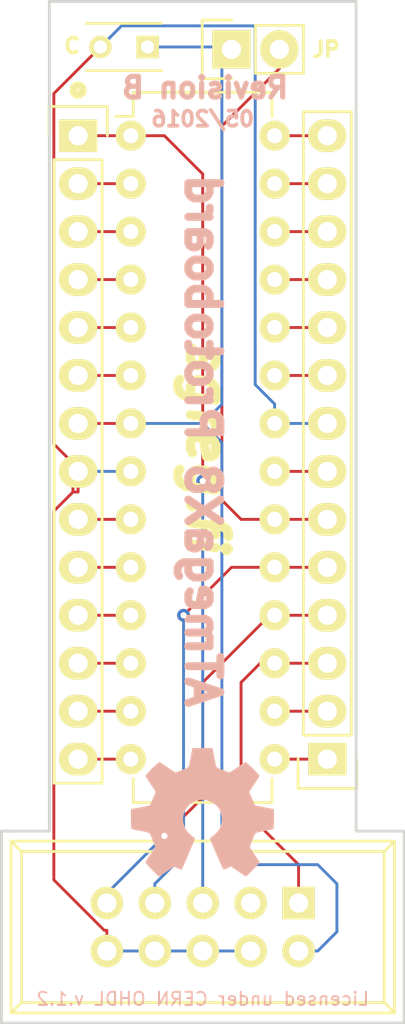
<source format=kicad_pcb>
(kicad_pcb (version 20171130) (host pcbnew "(5.1.12)-1")

  (general
    (thickness 1.6)
    (drawings 19)
    (tracks 96)
    (zones 0)
    (modules 7)
    (nets 28)
  )

  (page A4)
  (layers
    (0 F.Cu signal)
    (31 B.Cu signal)
    (32 B.Adhes user)
    (33 F.Adhes user)
    (34 B.Paste user)
    (35 F.Paste user)
    (36 B.SilkS user)
    (37 F.SilkS user)
    (38 B.Mask user)
    (39 F.Mask user)
    (40 Dwgs.User user)
    (41 Cmts.User user)
    (42 Eco1.User user)
    (43 Eco2.User user)
    (44 Edge.Cuts user)
    (45 Margin user)
    (46 B.CrtYd user)
    (47 F.CrtYd user)
    (48 B.Fab user)
    (49 F.Fab user)
  )

  (setup
    (last_trace_width 0.1524)
    (trace_clearance 0.1524)
    (zone_clearance 0.508)
    (zone_45_only no)
    (trace_min 0.1524)
    (via_size 0.6858)
    (via_drill 0.3302)
    (via_min_size 0.6858)
    (via_min_drill 0.3302)
    (uvia_size 0.762)
    (uvia_drill 0.508)
    (uvias_allowed no)
    (uvia_min_size 0)
    (uvia_min_drill 0)
    (edge_width 0.15)
    (segment_width 0.2)
    (pcb_text_width 0.3)
    (pcb_text_size 1.5 1.5)
    (mod_edge_width 0.15)
    (mod_text_size 1 1)
    (mod_text_width 0.15)
    (pad_size 1.524 1.524)
    (pad_drill 0.762)
    (pad_to_mask_clearance 0.2)
    (aux_axis_origin 0 0)
    (visible_elements 7FFFFFFF)
    (pcbplotparams
      (layerselection 0x00030_80000001)
      (usegerberextensions false)
      (usegerberattributes true)
      (usegerberadvancedattributes true)
      (creategerberjobfile true)
      (excludeedgelayer true)
      (linewidth 0.100000)
      (plotframeref false)
      (viasonmask false)
      (mode 1)
      (useauxorigin false)
      (hpglpennumber 1)
      (hpglpenspeed 20)
      (hpglpendiameter 15.000000)
      (psnegative false)
      (psa4output false)
      (plotreference true)
      (plotvalue true)
      (plotinvisibletext false)
      (padsonsilk false)
      (subtractmaskfromsilk false)
      (outputformat 1)
      (mirror false)
      (drillshape 1)
      (scaleselection 1)
      (outputdirectory ""))
  )

  (net 0 "")
  (net 1 /VCC)
  (net 2 /GND)
  (net 3 /RESET)
  (net 4 /PD0)
  (net 5 /PD1)
  (net 6 /PD2)
  (net 7 /PD3)
  (net 8 /PD4)
  (net 9 /PB6)
  (net 10 /PB7)
  (net 11 /PD5)
  (net 12 /PD6)
  (net 13 /PD7)
  (net 14 /PB0)
  (net 15 /PB1)
  (net 16 /PB2)
  (net 17 /PB3)
  (net 18 /PB4)
  (net 19 /PB5)
  (net 20 /AVCC)
  (net 21 /AREF)
  (net 22 /PC0)
  (net 23 /PC1)
  (net 24 /PC2)
  (net 25 /PC3)
  (net 26 /PC4)
  (net 27 /PC5)

  (net_class Default "This is the default net class."
    (clearance 0.1524)
    (trace_width 0.1524)
    (via_dia 0.6858)
    (via_drill 0.3302)
    (uvia_dia 0.762)
    (uvia_drill 0.508)
    (add_net /AREF)
    (add_net /AVCC)
    (add_net /GND)
    (add_net /PB0)
    (add_net /PB1)
    (add_net /PB2)
    (add_net /PB3)
    (add_net /PB4)
    (add_net /PB5)
    (add_net /PB6)
    (add_net /PB7)
    (add_net /PC0)
    (add_net /PC1)
    (add_net /PC2)
    (add_net /PC3)
    (add_net /PC4)
    (add_net /PC5)
    (add_net /PD0)
    (add_net /PD1)
    (add_net /PD2)
    (add_net /PD3)
    (add_net /PD4)
    (add_net /PD5)
    (add_net /PD6)
    (add_net /PD7)
    (add_net /RESET)
    (add_net /VCC)
  )

  (module Housings_DIP:DIP-28_W7.62mm (layer F.Cu) (tedit 56DA1F4A) (tstamp 56DA1F50)
    (at 135.89 73.66)
    (descr "28-lead dip package, row spacing 7.62 mm (300 mils)")
    (tags "dil dip 2.54 300")
    (path /56DA1270)
    (fp_text reference IC1 (at 0 -5.22) (layer F.SilkS) hide
      (effects (font (size 1 1) (thickness 0.15)))
    )
    (fp_text value ATMEGA328-P (at 0 -3.72) (layer F.Fab) hide
      (effects (font (size 1 1) (thickness 0.15)))
    )
    (fp_line (start 0.135 -1.025) (end -0.8 -1.025) (layer F.SilkS) (width 0.15))
    (fp_line (start 0.135 35.315) (end 7.485 35.315) (layer F.SilkS) (width 0.15))
    (fp_line (start 0.135 -2.295) (end 7.485 -2.295) (layer F.SilkS) (width 0.15))
    (fp_line (start 0.135 35.315) (end 0.135 34.045) (layer F.SilkS) (width 0.15))
    (fp_line (start 7.485 35.315) (end 7.485 34.045) (layer F.SilkS) (width 0.15))
    (fp_line (start 7.485 -2.295) (end 7.485 -1.025) (layer F.SilkS) (width 0.15))
    (fp_line (start 0.135 -2.295) (end 0.135 -1.025) (layer F.SilkS) (width 0.15))
    (fp_line (start -1.05 35.5) (end 8.65 35.5) (layer F.CrtYd) (width 0.05))
    (fp_line (start -1.05 -2.45) (end 8.65 -2.45) (layer F.CrtYd) (width 0.05))
    (fp_line (start 8.65 -2.45) (end 8.65 35.5) (layer F.CrtYd) (width 0.05))
    (fp_line (start -1.05 -2.45) (end -1.05 35.5) (layer F.CrtYd) (width 0.05))
    (pad 1 thru_hole oval (at 0 0) (size 1.6 1.6) (drill 0.8) (layers *.Cu *.Mask F.SilkS)
      (net 3 /RESET))
    (pad 2 thru_hole oval (at 0 2.54) (size 1.6 1.6) (drill 0.8) (layers *.Cu *.Mask F.SilkS)
      (net 4 /PD0))
    (pad 3 thru_hole oval (at 0 5.08) (size 1.6 1.6) (drill 0.8) (layers *.Cu *.Mask F.SilkS)
      (net 5 /PD1))
    (pad 4 thru_hole oval (at 0 7.62) (size 1.6 1.6) (drill 0.8) (layers *.Cu *.Mask F.SilkS)
      (net 6 /PD2))
    (pad 5 thru_hole oval (at 0 10.16) (size 1.6 1.6) (drill 0.8) (layers *.Cu *.Mask F.SilkS)
      (net 7 /PD3))
    (pad 6 thru_hole oval (at 0 12.7) (size 1.6 1.6) (drill 0.8) (layers *.Cu *.Mask F.SilkS)
      (net 8 /PD4))
    (pad 7 thru_hole oval (at 0 15.24) (size 1.6 1.6) (drill 0.8) (layers *.Cu *.Mask F.SilkS)
      (net 1 /VCC))
    (pad 8 thru_hole oval (at 0 17.78) (size 1.6 1.6) (drill 0.8) (layers *.Cu *.Mask F.SilkS)
      (net 2 /GND))
    (pad 9 thru_hole oval (at 0 20.32) (size 1.6 1.6) (drill 0.8) (layers *.Cu *.Mask F.SilkS)
      (net 9 /PB6))
    (pad 10 thru_hole oval (at 0 22.86) (size 1.6 1.6) (drill 0.8) (layers *.Cu *.Mask F.SilkS)
      (net 10 /PB7))
    (pad 11 thru_hole oval (at 0 25.4) (size 1.6 1.6) (drill 0.8) (layers *.Cu *.Mask F.SilkS)
      (net 11 /PD5))
    (pad 12 thru_hole oval (at 0 27.94) (size 1.6 1.6) (drill 0.8) (layers *.Cu *.Mask F.SilkS)
      (net 12 /PD6))
    (pad 13 thru_hole oval (at 0 30.48) (size 1.6 1.6) (drill 0.8) (layers *.Cu *.Mask F.SilkS)
      (net 13 /PD7))
    (pad 14 thru_hole oval (at 0 33.02) (size 1.6 1.6) (drill 0.8) (layers *.Cu *.Mask F.SilkS)
      (net 14 /PB0))
    (pad 15 thru_hole oval (at 7.62 33.02) (size 1.6 1.6) (drill 0.8) (layers *.Cu *.Mask F.SilkS)
      (net 15 /PB1))
    (pad 16 thru_hole oval (at 7.62 30.48) (size 1.6 1.6) (drill 0.8) (layers *.Cu *.Mask F.SilkS)
      (net 16 /PB2))
    (pad 17 thru_hole oval (at 7.62 27.94) (size 1.6 1.6) (drill 0.8) (layers *.Cu *.Mask F.SilkS)
      (net 17 /PB3))
    (pad 18 thru_hole oval (at 7.62 25.4) (size 1.6 1.6) (drill 0.8) (layers *.Cu *.Mask F.SilkS)
      (net 18 /PB4))
    (pad 19 thru_hole oval (at 7.62 22.86) (size 1.6 1.6) (drill 0.8) (layers *.Cu *.Mask F.SilkS)
      (net 19 /PB5))
    (pad 20 thru_hole oval (at 7.62 20.32) (size 1.6 1.6) (drill 0.8) (layers *.Cu *.Mask F.SilkS)
      (net 20 /AVCC))
    (pad 21 thru_hole oval (at 7.62 17.78) (size 1.6 1.6) (drill 0.8) (layers *.Cu *.Mask F.SilkS)
      (net 21 /AREF))
    (pad 22 thru_hole oval (at 7.62 15.24) (size 1.6 1.6) (drill 0.8) (layers *.Cu *.Mask F.SilkS)
      (net 2 /GND))
    (pad 23 thru_hole oval (at 7.62 12.7) (size 1.6 1.6) (drill 0.8) (layers *.Cu *.Mask F.SilkS)
      (net 22 /PC0))
    (pad 24 thru_hole oval (at 7.62 10.16) (size 1.6 1.6) (drill 0.8) (layers *.Cu *.Mask F.SilkS)
      (net 23 /PC1))
    (pad 25 thru_hole oval (at 7.62 7.62) (size 1.6 1.6) (drill 0.8) (layers *.Cu *.Mask F.SilkS)
      (net 24 /PC2))
    (pad 26 thru_hole oval (at 7.62 5.08) (size 1.6 1.6) (drill 0.8) (layers *.Cu *.Mask F.SilkS)
      (net 25 /PC3))
    (pad 27 thru_hole oval (at 7.62 2.54) (size 1.6 1.6) (drill 0.8) (layers *.Cu *.Mask F.SilkS)
      (net 26 /PC4))
    (pad 28 thru_hole oval (at 7.62 0) (size 1.6 1.6) (drill 0.8) (layers *.Cu *.Mask F.SilkS)
      (net 27 /PC5))
    (model Housings_DIP.3dshapes/DIP-28_W7.62mm.wrl
      (at (xyz 0 0 0))
      (scale (xyz 1 1 1))
      (rotate (xyz 0 0 0))
    )
  )

  (module Capacitors_ThroughHole:C_Rect_L4_W2.5_P2.5 (layer F.Cu) (tedit 56DA1F57) (tstamp 56DA1F30)
    (at 136.779 68.961 180)
    (descr "Film Capacitor Length 4mm x Width 2.5mm, Pitch 2.5mm")
    (tags Capacitor)
    (path /56DA16B2)
    (fp_text reference C1 (at 1.25 -2.5 180) (layer F.SilkS) hide
      (effects (font (size 1 1) (thickness 0.15)))
    )
    (fp_text value 100n (at 1.25 2.5 180) (layer F.Fab) hide
      (effects (font (size 1 1) (thickness 0.15)))
    )
    (fp_line (start -0.75 1.25) (end 3.25 1.25) (layer F.SilkS) (width 0.15))
    (fp_line (start -0.75 -1.25) (end 3.25 -1.25) (layer F.SilkS) (width 0.15))
    (fp_line (start -1 1.5) (end -1 -1.5) (layer F.CrtYd) (width 0.05))
    (fp_line (start 3.5 1.5) (end -1 1.5) (layer F.CrtYd) (width 0.05))
    (fp_line (start 3.5 -1.5) (end 3.5 1.5) (layer F.CrtYd) (width 0.05))
    (fp_line (start -1 -1.5) (end 3.5 -1.5) (layer F.CrtYd) (width 0.05))
    (pad 1 thru_hole rect (at 0 0 180) (size 1.2 1.2) (drill 0.7) (layers *.Cu *.Mask F.SilkS)
      (net 1 /VCC))
    (pad 2 thru_hole circle (at 2.5 0 180) (size 1.2 1.2) (drill 0.7) (layers *.Cu *.Mask F.SilkS)
      (net 2 /GND))
  )

  (module Socket_Strips:Socket_Strip_Straight_1x14 (layer F.Cu) (tedit 56DA1F42) (tstamp 56DA1F62)
    (at 133.096 73.66 270)
    (descr "Through hole socket strip")
    (tags "socket strip")
    (path /56DA143A)
    (fp_text reference P1 (at 0 -5.1 270) (layer F.SilkS) hide
      (effects (font (size 1 1) (thickness 0.15)))
    )
    (fp_text value CONN1 (at 0 -3.1 270) (layer F.Fab) hide
      (effects (font (size 1 1) (thickness 0.15)))
    )
    (fp_line (start -1.55 -1.55) (end -1.55 1.55) (layer F.SilkS) (width 0.15))
    (fp_line (start 0 -1.55) (end -1.55 -1.55) (layer F.SilkS) (width 0.15))
    (fp_line (start 1.27 1.27) (end 1.27 -1.27) (layer F.SilkS) (width 0.15))
    (fp_line (start -1.55 1.55) (end 0 1.55) (layer F.SilkS) (width 0.15))
    (fp_line (start 34.29 1.27) (end 1.27 1.27) (layer F.SilkS) (width 0.15))
    (fp_line (start 34.29 -1.27) (end 34.29 1.27) (layer F.SilkS) (width 0.15))
    (fp_line (start 1.27 -1.27) (end 34.29 -1.27) (layer F.SilkS) (width 0.15))
    (fp_line (start -1.75 1.75) (end 34.8 1.75) (layer F.CrtYd) (width 0.05))
    (fp_line (start -1.75 -1.75) (end 34.8 -1.75) (layer F.CrtYd) (width 0.05))
    (fp_line (start 34.8 -1.75) (end 34.8 1.75) (layer F.CrtYd) (width 0.05))
    (fp_line (start -1.75 -1.75) (end -1.75 1.75) (layer F.CrtYd) (width 0.05))
    (pad 1 thru_hole rect (at 0 0 270) (size 1.7272 2.032) (drill 1.016) (layers *.Cu *.Mask F.SilkS)
      (net 3 /RESET))
    (pad 2 thru_hole oval (at 2.54 0 270) (size 1.7272 2.032) (drill 1.016) (layers *.Cu *.Mask F.SilkS)
      (net 4 /PD0))
    (pad 3 thru_hole oval (at 5.08 0 270) (size 1.7272 2.032) (drill 1.016) (layers *.Cu *.Mask F.SilkS)
      (net 5 /PD1))
    (pad 4 thru_hole oval (at 7.62 0 270) (size 1.7272 2.032) (drill 1.016) (layers *.Cu *.Mask F.SilkS)
      (net 6 /PD2))
    (pad 5 thru_hole oval (at 10.16 0 270) (size 1.7272 2.032) (drill 1.016) (layers *.Cu *.Mask F.SilkS)
      (net 7 /PD3))
    (pad 6 thru_hole oval (at 12.7 0 270) (size 1.7272 2.032) (drill 1.016) (layers *.Cu *.Mask F.SilkS)
      (net 8 /PD4))
    (pad 7 thru_hole oval (at 15.24 0 270) (size 1.7272 2.032) (drill 1.016) (layers *.Cu *.Mask F.SilkS)
      (net 1 /VCC))
    (pad 8 thru_hole oval (at 17.78 0 270) (size 1.7272 2.032) (drill 1.016) (layers *.Cu *.Mask F.SilkS)
      (net 2 /GND))
    (pad 9 thru_hole oval (at 20.32 0 270) (size 1.7272 2.032) (drill 1.016) (layers *.Cu *.Mask F.SilkS)
      (net 9 /PB6))
    (pad 10 thru_hole oval (at 22.86 0 270) (size 1.7272 2.032) (drill 1.016) (layers *.Cu *.Mask F.SilkS)
      (net 10 /PB7))
    (pad 11 thru_hole oval (at 25.4 0 270) (size 1.7272 2.032) (drill 1.016) (layers *.Cu *.Mask F.SilkS)
      (net 11 /PD5))
    (pad 12 thru_hole oval (at 27.94 0 270) (size 1.7272 2.032) (drill 1.016) (layers *.Cu *.Mask F.SilkS)
      (net 12 /PD6))
    (pad 13 thru_hole oval (at 30.48 0 270) (size 1.7272 2.032) (drill 1.016) (layers *.Cu *.Mask F.SilkS)
      (net 13 /PD7))
    (pad 14 thru_hole oval (at 33.02 0 270) (size 1.7272 2.032) (drill 1.016) (layers *.Cu *.Mask F.SilkS)
      (net 14 /PB0))
    (model Socket_Strips.3dshapes/Socket_Strip_Straight_1x14.wrl
      (offset (xyz 16.50999975204468 0 0))
      (scale (xyz 1 1 1))
      (rotate (xyz 0 0 180))
    )
  )

  (module Socket_Strips:Socket_Strip_Straight_1x14 (layer F.Cu) (tedit 56DA1F60) (tstamp 56DA1F74)
    (at 146.304 106.68 90)
    (descr "Through hole socket strip")
    (tags "socket strip")
    (path /56DA12E7)
    (fp_text reference P2 (at 0 -5.1 90) (layer F.SilkS) hide
      (effects (font (size 1 1) (thickness 0.15)))
    )
    (fp_text value CONN2 (at 0 -3.1 90) (layer F.Fab) hide
      (effects (font (size 1 1) (thickness 0.15)))
    )
    (fp_line (start -1.55 -1.55) (end -1.55 1.55) (layer F.SilkS) (width 0.15))
    (fp_line (start 0 -1.55) (end -1.55 -1.55) (layer F.SilkS) (width 0.15))
    (fp_line (start 1.27 1.27) (end 1.27 -1.27) (layer F.SilkS) (width 0.15))
    (fp_line (start -1.55 1.55) (end 0 1.55) (layer F.SilkS) (width 0.15))
    (fp_line (start 34.29 1.27) (end 1.27 1.27) (layer F.SilkS) (width 0.15))
    (fp_line (start 34.29 -1.27) (end 34.29 1.27) (layer F.SilkS) (width 0.15))
    (fp_line (start 1.27 -1.27) (end 34.29 -1.27) (layer F.SilkS) (width 0.15))
    (fp_line (start -1.75 1.75) (end 34.8 1.75) (layer F.CrtYd) (width 0.05))
    (fp_line (start -1.75 -1.75) (end 34.8 -1.75) (layer F.CrtYd) (width 0.05))
    (fp_line (start 34.8 -1.75) (end 34.8 1.75) (layer F.CrtYd) (width 0.05))
    (fp_line (start -1.75 -1.75) (end -1.75 1.75) (layer F.CrtYd) (width 0.05))
    (pad 1 thru_hole rect (at 0 0 90) (size 1.7272 2.032) (drill 1.016) (layers *.Cu *.Mask F.SilkS)
      (net 15 /PB1))
    (pad 2 thru_hole oval (at 2.54 0 90) (size 1.7272 2.032) (drill 1.016) (layers *.Cu *.Mask F.SilkS)
      (net 16 /PB2))
    (pad 3 thru_hole oval (at 5.08 0 90) (size 1.7272 2.032) (drill 1.016) (layers *.Cu *.Mask F.SilkS)
      (net 17 /PB3))
    (pad 4 thru_hole oval (at 7.62 0 90) (size 1.7272 2.032) (drill 1.016) (layers *.Cu *.Mask F.SilkS)
      (net 18 /PB4))
    (pad 5 thru_hole oval (at 10.16 0 90) (size 1.7272 2.032) (drill 1.016) (layers *.Cu *.Mask F.SilkS)
      (net 19 /PB5))
    (pad 6 thru_hole oval (at 12.7 0 90) (size 1.7272 2.032) (drill 1.016) (layers *.Cu *.Mask F.SilkS)
      (net 20 /AVCC))
    (pad 7 thru_hole oval (at 15.24 0 90) (size 1.7272 2.032) (drill 1.016) (layers *.Cu *.Mask F.SilkS)
      (net 21 /AREF))
    (pad 8 thru_hole oval (at 17.78 0 90) (size 1.7272 2.032) (drill 1.016) (layers *.Cu *.Mask F.SilkS)
      (net 2 /GND))
    (pad 9 thru_hole oval (at 20.32 0 90) (size 1.7272 2.032) (drill 1.016) (layers *.Cu *.Mask F.SilkS)
      (net 22 /PC0))
    (pad 10 thru_hole oval (at 22.86 0 90) (size 1.7272 2.032) (drill 1.016) (layers *.Cu *.Mask F.SilkS)
      (net 23 /PC1))
    (pad 11 thru_hole oval (at 25.4 0 90) (size 1.7272 2.032) (drill 1.016) (layers *.Cu *.Mask F.SilkS)
      (net 24 /PC2))
    (pad 12 thru_hole oval (at 27.94 0 90) (size 1.7272 2.032) (drill 1.016) (layers *.Cu *.Mask F.SilkS)
      (net 25 /PC3))
    (pad 13 thru_hole oval (at 30.48 0 90) (size 1.7272 2.032) (drill 1.016) (layers *.Cu *.Mask F.SilkS)
      (net 26 /PC4))
    (pad 14 thru_hole oval (at 33.02 0 90) (size 1.7272 2.032) (drill 1.016) (layers *.Cu *.Mask F.SilkS)
      (net 27 /PC5))
    (model Socket_Strips.3dshapes/Socket_Strip_Straight_1x14.wrl
      (offset (xyz 16.50999975204468 0 0))
      (scale (xyz 1 1 1))
      (rotate (xyz 0 0 180))
    )
  )

  (module Connect:IDC_Header_Straight_10pins (layer F.Cu) (tedit 56DA1F51) (tstamp 56DA1F82)
    (at 144.78 114.3 180)
    (descr "10 pins through hole IDC header")
    (tags "IDC header socket VASCH")
    (path /56DA1645)
    (fp_text reference P3 (at 5.08 -7.62 180) (layer F.SilkS) hide
      (effects (font (size 1 1) (thickness 0.15)))
    )
    (fp_text value SERPROG (at 5.08 5.223 180) (layer F.Fab) hide
      (effects (font (size 1 1) (thickness 0.15)))
    )
    (fp_line (start -5.35 3.55) (end -5.35 -6.05) (layer F.CrtYd) (width 0.05))
    (fp_line (start 15.5 3.55) (end -5.35 3.55) (layer F.CrtYd) (width 0.05))
    (fp_line (start 15.5 -6.05) (end 15.5 3.55) (layer F.CrtYd) (width 0.05))
    (fp_line (start -5.35 -6.05) (end 15.5 -6.05) (layer F.CrtYd) (width 0.05))
    (fp_line (start 15.24 3.28) (end 14.68 2.73) (layer F.SilkS) (width 0.15))
    (fp_line (start -5.08 3.28) (end -4.54 2.73) (layer F.SilkS) (width 0.15))
    (fp_line (start 15.24 -5.82) (end 14.68 -5.27) (layer F.SilkS) (width 0.15))
    (fp_line (start -5.08 -5.82) (end -4.54 -5.27) (layer F.SilkS) (width 0.15))
    (fp_line (start 14.68 -5.27) (end 14.68 2.73) (layer F.SilkS) (width 0.15))
    (fp_line (start 15.24 -5.82) (end 15.24 3.28) (layer F.SilkS) (width 0.15))
    (fp_line (start -4.54 -5.27) (end -4.54 2.73) (layer F.SilkS) (width 0.15))
    (fp_line (start -5.08 -5.82) (end -5.08 3.28) (layer F.SilkS) (width 0.15))
    (fp_line (start 7.33 2.73) (end 7.33 3.28) (layer F.SilkS) (width 0.15))
    (fp_line (start 2.83 2.73) (end 2.83 3.28) (layer F.SilkS) (width 0.15))
    (fp_line (start 7.33 2.73) (end 14.68 2.73) (layer F.SilkS) (width 0.15))
    (fp_line (start -4.54 2.73) (end 2.83 2.73) (layer F.SilkS) (width 0.15))
    (fp_line (start -5.08 3.28) (end 15.24 3.28) (layer F.SilkS) (width 0.15))
    (fp_line (start -4.54 -5.27) (end 14.68 -5.27) (layer F.SilkS) (width 0.15))
    (fp_line (start -5.08 -5.82) (end 15.24 -5.82) (layer F.SilkS) (width 0.15))
    (pad 1 thru_hole rect (at 0 0 180) (size 1.7272 1.7272) (drill 1.016) (layers *.Cu *.Mask F.SilkS)
      (net 17 /PB3))
    (pad 2 thru_hole oval (at 0 -2.54 180) (size 1.7272 1.7272) (drill 1.016) (layers *.Cu *.Mask F.SilkS)
      (net 1 /VCC))
    (pad 3 thru_hole oval (at 2.54 0 180) (size 1.7272 1.7272) (drill 1.016) (layers *.Cu *.Mask F.SilkS))
    (pad 4 thru_hole oval (at 2.54 -2.54 180) (size 1.7272 1.7272) (drill 1.016) (layers *.Cu *.Mask F.SilkS)
      (net 2 /GND))
    (pad 5 thru_hole oval (at 5.08 0 180) (size 1.7272 1.7272) (drill 1.016) (layers *.Cu *.Mask F.SilkS)
      (net 3 /RESET))
    (pad 6 thru_hole oval (at 5.08 -2.54 180) (size 1.7272 1.7272) (drill 1.016) (layers *.Cu *.Mask F.SilkS)
      (net 2 /GND))
    (pad 7 thru_hole oval (at 7.62 0 180) (size 1.7272 1.7272) (drill 1.016) (layers *.Cu *.Mask F.SilkS)
      (net 19 /PB5))
    (pad 8 thru_hole oval (at 7.62 -2.54 180) (size 1.7272 1.7272) (drill 1.016) (layers *.Cu *.Mask F.SilkS)
      (net 2 /GND))
    (pad 9 thru_hole oval (at 10.16 0 180) (size 1.7272 1.7272) (drill 1.016) (layers *.Cu *.Mask F.SilkS)
      (net 18 /PB4))
    (pad 10 thru_hole oval (at 10.16 -2.54 180) (size 1.7272 1.7272) (drill 1.016) (layers *.Cu *.Mask F.SilkS)
      (net 2 /GND))
  )

  (module Artwork_4chord-midi:oshw (layer B.Cu) (tedit 0) (tstamp 572B4FE0)
    (at 139.7 109.474 180)
    (fp_text reference G*** (at 0 0 180) (layer B.SilkS) hide
      (effects (font (size 1.524 1.524) (thickness 0.3)) (justify mirror))
    )
    (fp_text value LOGO (at 0.75 0 180) (layer B.SilkS) hide
      (effects (font (size 1.524 1.524) (thickness 0.3)) (justify mirror))
    )
    (fp_poly (pts (xy 0.64047 2.889672) (xy 0.670098 2.736551) (xy 0.698254 2.600356) (xy 0.723117 2.489182)
      (xy 0.742866 2.411128) (xy 0.75568 2.37429) (xy 0.756643 2.373046) (xy 0.788504 2.354888)
      (xy 0.8571 2.32307) (xy 0.951446 2.282082) (xy 1.060556 2.236414) (xy 1.173444 2.190554)
      (xy 1.279124 2.148993) (xy 1.366611 2.11622) (xy 1.42492 2.096724) (xy 1.441256 2.093266)
      (xy 1.470221 2.107113) (xy 1.533986 2.145629) (xy 1.625474 2.204277) (xy 1.737608 2.278519)
      (xy 1.863314 2.36382) (xy 1.864193 2.364424) (xy 1.990656 2.45071) (xy 2.104075 2.527104)
      (xy 2.197204 2.588805) (xy 2.262792 2.631009) (xy 2.2935 2.648878) (xy 2.321564 2.635863)
      (xy 2.377672 2.592097) (xy 2.455103 2.524219) (xy 2.547138 2.438868) (xy 2.647056 2.342686)
      (xy 2.748137 2.242312) (xy 2.843662 2.144387) (xy 2.926911 2.055549) (xy 2.991164 1.98244)
      (xy 3.029701 1.931699) (xy 3.037789 1.913435) (xy 3.023934 1.880434) (xy 2.985416 1.812953)
      (xy 2.926805 1.718373) (xy 2.85267 1.604071) (xy 2.769749 1.480603) (xy 2.685 1.354791)
      (xy 2.611274 1.242206) (xy 2.55312 1.15005) (xy 2.515083 1.085528) (xy 2.501708 1.056012)
      (xy 2.511533 1.021422) (xy 2.537966 0.951032) (xy 2.576444 0.8555) (xy 2.622403 0.745482)
      (xy 2.67128 0.631637) (xy 2.718513 0.524623) (xy 2.759538 0.435098) (xy 2.789791 0.37372)
      (xy 2.803062 0.352154) (xy 2.830915 0.343432) (xy 2.899522 0.327195) (xy 2.999456 0.305335)
      (xy 3.121288 0.279747) (xy 3.255592 0.252322) (xy 3.392939 0.224953) (xy 3.523903 0.199533)
      (xy 3.639056 0.177955) (xy 3.728971 0.162111) (xy 3.78422 0.153895) (xy 3.794194 0.153166)
      (xy 3.799541 0.12918) (xy 3.803123 0.063315) (xy 3.805079 -0.035287) (xy 3.805545 -0.157484)
      (xy 3.804662 -0.294135) (xy 3.802566 -0.436098) (xy 3.799395 -0.574233) (xy 3.795288 -0.699397)
      (xy 3.790383 -0.80245) (xy 3.784818 -0.874249) (xy 3.778731 -0.905654) (xy 3.778194 -0.906167)
      (xy 3.745912 -0.91576) (xy 3.671971 -0.932709) (xy 3.564934 -0.955207) (xy 3.433369 -0.981447)
      (xy 3.304036 -1.00621) (xy 3.15499 -1.03581) (xy 3.023696 -1.064907) (xy 2.918664 -1.091384)
      (xy 2.848402 -1.113123) (xy 2.822613 -1.126024) (xy 2.801725 -1.161981) (xy 2.76767 -1.234727)
      (xy 2.724824 -1.333408) (xy 2.677561 -1.447169) (xy 2.630256 -1.565157) (xy 2.587284 -1.676517)
      (xy 2.553021 -1.770395) (xy 2.53184 -1.835936) (xy 2.527141 -1.859089) (xy 2.541084 -1.890255)
      (xy 2.579699 -1.955693) (xy 2.638262 -2.047933) (xy 2.712049 -2.159503) (xy 2.782513 -2.262948)
      (xy 2.865598 -2.385735) (xy 2.937376 -2.496326) (xy 2.993097 -2.587032) (xy 3.028013 -2.650166)
      (xy 3.037789 -2.676161) (xy 3.02058 -2.704816) (xy 2.973437 -2.761962) (xy 2.903086 -2.840681)
      (xy 2.816253 -2.934057) (xy 2.719665 -3.035174) (xy 2.620047 -3.137116) (xy 2.524126 -3.232965)
      (xy 2.438628 -3.315807) (xy 2.370278 -3.378724) (xy 2.325804 -3.414801) (xy 2.313719 -3.420703)
      (xy 2.286552 -3.406926) (xy 2.224849 -3.368779) (xy 2.135991 -3.311037) (xy 2.027362 -3.238477)
      (xy 1.937763 -3.177484) (xy 1.817309 -3.095568) (xy 1.709359 -3.023487) (xy 1.621837 -2.96643)
      (xy 1.562666 -2.929582) (xy 1.542131 -2.918503) (xy 1.500072 -2.921412) (xy 1.427316 -2.943964)
      (xy 1.33813 -2.981625) (xy 1.327437 -2.986734) (xy 1.239165 -3.025589) (xy 1.165842 -3.050898)
      (xy 1.121565 -3.057915) (xy 1.118367 -3.057122) (xy 1.103052 -3.032305) (xy 1.071056 -2.966864)
      (xy 1.025187 -2.86736) (xy 0.968257 -2.740358) (xy 0.903075 -2.59242) (xy 0.832451 -2.430109)
      (xy 0.759196 -2.25999) (xy 0.686118 -2.088624) (xy 0.616029 -1.922574) (xy 0.551738 -1.768405)
      (xy 0.496055 -1.632679) (xy 0.45179 -1.521959) (xy 0.421754 -1.442808) (xy 0.408756 -1.401789)
      (xy 0.408442 -1.399006) (xy 0.427565 -1.377774) (xy 0.47863 -1.33451) (xy 0.552177 -1.27706)
      (xy 0.586148 -1.251586) (xy 0.764056 -1.0918) (xy 0.899483 -0.911344) (xy 0.992014 -0.715978)
      (xy 1.041233 -0.511461) (xy 1.046726 -0.303552) (xy 1.008078 -0.09801) (xy 0.924873 0.099405)
      (xy 0.796696 0.282935) (xy 0.703686 0.37882) (xy 0.527636 0.509759) (xy 0.338522 0.595728)
      (xy 0.142041 0.63924) (xy -0.056112 0.642807) (xy -0.25024 0.608944) (xy -0.434649 0.540164)
      (xy -0.603642 0.43898) (xy -0.751524 0.307906) (xy -0.872599 0.149454) (xy -0.961171 -0.033861)
      (xy -1.011544 -0.239526) (xy -1.021106 -0.382278) (xy -0.996973 -0.610942) (xy -0.92507 -0.822294)
      (xy -0.806135 -1.014937) (xy -0.640909 -1.187474) (xy -0.560621 -1.251586) (xy -0.480668 -1.312545)
      (xy -0.419373 -1.36249) (xy -0.386195 -1.393576) (xy -0.382915 -1.399006) (xy -0.392627 -1.432796)
      (xy -0.419889 -1.505854) (xy -0.461888 -1.611614) (xy -0.515813 -1.743514) (xy -0.578849 -1.894991)
      (xy -0.648186 -2.059481) (xy -0.721011 -2.230421) (xy -0.794511 -2.401249) (xy -0.865874 -2.565399)
      (xy -0.932288 -2.71631) (xy -0.990939 -2.847418) (xy -1.039017 -2.95216) (xy -1.073708 -3.023973)
      (xy -1.092199 -3.056292) (xy -1.093544 -3.057392) (xy -1.132254 -3.053219) (xy -1.202373 -3.029686)
      (xy -1.290304 -2.991543) (xy -1.311532 -2.981245) (xy -1.493367 -2.891223) (xy -1.880328 -3.155963)
      (xy -2.004404 -3.240073) (xy -2.11439 -3.313161) (xy -2.203243 -3.370665) (xy -2.263921 -3.408024)
      (xy -2.289112 -3.420703) (xy -2.313092 -3.403434) (xy -2.36701 -3.355321) (xy -2.44499 -3.281907)
      (xy -2.541156 -3.188735) (xy -2.64963 -3.081347) (xy -2.661598 -3.069368) (xy -2.770297 -2.958356)
      (xy -2.865285 -2.857324) (xy -2.940976 -2.772547) (xy -2.991782 -2.7103) (xy -3.012117 -2.676859)
      (xy -3.012261 -2.675488) (xy -2.998301 -2.641409) (xy -2.959586 -2.573334) (xy -2.900863 -2.478935)
      (xy -2.82688 -2.365885) (xy -2.756985 -2.262948) (xy -2.674043 -2.140894) (xy -2.602348 -2.031881)
      (xy -2.546622 -1.943379) (xy -2.511591 -1.882859) (xy -2.501614 -1.859089) (xy -2.511088 -1.819716)
      (xy -2.536695 -1.744442) (xy -2.574059 -1.64412) (xy -2.618806 -1.529606) (xy -2.66656 -1.411752)
      (xy -2.712947 -1.301415) (xy -2.753591 -1.209446) (xy -2.784118 -1.146702) (xy -2.797086 -1.126024)
      (xy -2.832128 -1.109809) (xy -2.908984 -1.087103) (xy -3.019146 -1.060024) (xy -3.154104 -1.030689)
      (xy -3.278509 -1.00621) (xy -3.42458 -0.978173) (xy -3.553663 -0.952285) (xy -3.657194 -0.930355)
      (xy -3.726605 -0.914191) (xy -3.752666 -0.906167) (xy -3.758791 -0.878619) (xy -3.764406 -0.809899)
      (xy -3.769373 -0.709149) (xy -3.773553 -0.585509) (xy -3.776808 -0.448121) (xy -3.779001 -0.306128)
      (xy -3.779993 -0.168669) (xy -3.779646 -0.044888) (xy -3.777823 0.056076) (xy -3.774385 0.12508)
      (xy -3.769193 0.152982) (xy -3.768666 0.153166) (xy -3.729137 0.157972) (xy -3.651344 0.171127)
      (xy -3.544713 0.19074) (xy -3.418672 0.214916) (xy -3.282649 0.241764) (xy -3.146071 0.269391)
      (xy -3.018365 0.295904) (xy -2.90896 0.31941) (xy -2.827281 0.338017) (xy -2.782758 0.349832)
      (xy -2.777534 0.352154) (xy -2.758993 0.383818) (xy -2.726083 0.452034) (xy -2.683366 0.546144)
      (xy -2.635405 0.65549) (xy -2.586764 0.769414) (xy -2.542006 0.877258) (xy -2.505694 0.968365)
      (xy -2.482391 1.032076) (xy -2.476181 1.056012) (xy -2.489993 1.086325) (xy -2.528396 1.151358)
      (xy -2.586843 1.243907) (xy -2.660786 1.356767) (xy -2.744221 1.480603) (xy -2.829098 1.607034)
      (xy -2.902909 1.720942) (xy -2.961085 1.81495) (xy -2.999056 1.881678) (xy -3.012261 1.913435)
      (xy -2.994894 1.945312) (xy -2.947272 2.004042) (xy -2.876116 2.082985) (xy -2.788145 2.175501)
      (xy -2.69008 2.274949) (xy -2.588639 2.37469) (xy -2.490544 2.468084) (xy -2.402513 2.54849)
      (xy -2.331268 2.609269) (xy -2.283527 2.643781) (xy -2.267972 2.648878) (xy -2.236853 2.630752)
      (xy -2.171006 2.588366) (xy -2.077679 2.526524) (xy -1.964121 2.450027) (xy -1.838666 2.364424)
      (xy -1.712893 2.279064) (xy -1.600643 2.204731) (xy -1.508991 2.145963) (xy -1.445015 2.107296)
      (xy -1.415792 2.093267) (xy -1.415729 2.093266) (xy -1.379984 2.102737) (xy -1.308527 2.128154)
      (xy -1.212343 2.16503) (xy -1.102418 2.208874) (xy -0.989737 2.255197) (xy -0.885287 2.299509)
      (xy -0.800052 2.337322) (xy -0.745018 2.364146) (xy -0.731115 2.373046) (xy -0.719232 2.404529)
      (xy -0.700201 2.478176) (xy -0.675843 2.585891) (xy -0.647978 2.719576) (xy -0.618428 2.871133)
      (xy -0.614942 2.889672) (xy -0.522655 3.382412) (xy 0.548183 3.382412) (xy 0.64047 2.889672)) (layer B.SilkS) (width 0.002))
  )

  (module Socket_Strips:Socket_Strip_Straight_1x02 (layer F.Cu) (tedit 572B52C8) (tstamp 572B5272)
    (at 141.224 69.088)
    (descr "Through hole socket strip")
    (tags "socket strip")
    (path /572B519E)
    (fp_text reference JP1 (at 0 -5.1) (layer F.SilkS) hide
      (effects (font (size 1 1) (thickness 0.15)))
    )
    (fp_text value JUMPER (at 0 -3.1) (layer F.Fab) hide
      (effects (font (size 1 1) (thickness 0.15)))
    )
    (fp_line (start 3.81 -1.27) (end 3.81 1.27) (layer F.SilkS) (width 0.15))
    (fp_line (start 1.27 -1.27) (end 3.81 -1.27) (layer F.SilkS) (width 0.15))
    (fp_line (start -1.55 -1.55) (end -1.55 1.55) (layer F.SilkS) (width 0.15))
    (fp_line (start 0 -1.55) (end -1.55 -1.55) (layer F.SilkS) (width 0.15))
    (fp_line (start 1.27 1.27) (end 1.27 -1.27) (layer F.SilkS) (width 0.15))
    (fp_line (start -1.75 1.75) (end 4.3 1.75) (layer F.CrtYd) (width 0.05))
    (fp_line (start -1.75 -1.75) (end 4.3 -1.75) (layer F.CrtYd) (width 0.05))
    (fp_line (start 4.3 -1.75) (end 4.3 1.75) (layer F.CrtYd) (width 0.05))
    (fp_line (start -1.75 -1.75) (end -1.75 1.75) (layer F.CrtYd) (width 0.05))
    (fp_line (start 3.81 1.27) (end 1.27 1.27) (layer F.SilkS) (width 0.15))
    (fp_line (start -1.55 1.55) (end 0 1.55) (layer F.SilkS) (width 0.15))
    (pad 1 thru_hole rect (at 0 0) (size 2.032 2.032) (drill 1.016) (layers *.Cu *.Mask F.SilkS)
      (net 1 /VCC))
    (pad 2 thru_hole oval (at 2.54 0) (size 2.032 2.032) (drill 1.016) (layers *.Cu *.Mask F.SilkS)
      (net 20 /AVCC))
    (model Socket_Strips.3dshapes/Socket_Strip_Straight_1x02.wrl
      (offset (xyz 1.269999980926514 0 0))
      (scale (xyz 1 1 1))
      (rotate (xyz 0 0 180))
    )
  )

  (gr_circle (center 133.096 71.247) (end 133.096 71.3105) (layer F.SilkS) (width 0.2))
  (gr_circle (center 133.096 71.247) (end 133.1595 71.374) (layer F.SilkS) (width 0.2))
  (gr_circle (center 133.096 71.247) (end 133.223 71.374) (layer F.SilkS) (width 0.2))
  (gr_circle (center 133.096 71.247) (end 133.35 71.501) (layer F.SilkS) (width 0.2))
  (gr_text JP (at 146.2405 69.088) (layer F.SilkS)
    (effects (font (size 0.8 0.8) (thickness 0.2)))
  )
  (gr_text C (at 132.7785 68.8975) (layer F.SilkS)
    (effects (font (size 0.8 0.8) (thickness 0.2)))
  )
  (gr_text sgreg.fi (at 139.954 90.17 270) (layer F.SilkS)
    (effects (font (size 2 2) (thickness 0.5) italic))
  )
  (gr_text "Licensed under CERN OHDL v.1.2" (at 139.7 119.38) (layer B.SilkS)
    (effects (font (size 0.7 0.7) (thickness 0.1)) (justify mirror))
  )
  (gr_text 05/2016 (at 139.7 72.771) (layer B.SilkS)
    (effects (font (size 0.8 0.8) (thickness 0.2)) (justify mirror))
  )
  (gr_text "Revision B" (at 139.827 71.12) (layer B.SilkS)
    (effects (font (size 1.1 1.1) (thickness 0.275)) (justify mirror))
  )
  (gr_text "ATmegaX8 Protoboard" (at 139.7 104.14 270) (layer B.SilkS)
    (effects (font (size 1.7 1.7) (thickness 0.425)) (justify left mirror))
  )
  (gr_line (start 129.032 110.49) (end 129.032 120.65) (angle 90) (layer Edge.Cuts) (width 0.15))
  (gr_line (start 131.572 110.49) (end 129.032 110.49) (angle 90) (layer Edge.Cuts) (width 0.15))
  (gr_line (start 131.572 66.548) (end 131.572 110.49) (angle 90) (layer Edge.Cuts) (width 0.15))
  (gr_line (start 147.828 66.548) (end 131.572 66.548) (angle 90) (layer Edge.Cuts) (width 0.15))
  (gr_line (start 147.828 110.49) (end 147.828 66.548) (angle 90) (layer Edge.Cuts) (width 0.15))
  (gr_line (start 150.368 110.49) (end 147.828 110.49) (angle 90) (layer Edge.Cuts) (width 0.15))
  (gr_line (start 150.368 120.65) (end 150.368 110.49) (angle 90) (layer Edge.Cuts) (width 0.15))
  (gr_line (start 129.032 120.65) (end 150.368 120.65) (angle 90) (layer Edge.Cuts) (width 0.15))

  (segment (start 140.716 69.596) (end 141.224 69.088) (width 0.1524) (layer B.Cu) (net 1))
  (segment (start 139.7 88.9) (end 140.716 87.884) (width 0.1524) (layer B.Cu) (net 1))
  (segment (start 140.716 87.884) (end 140.716 69.596) (width 0.1524) (layer B.Cu) (net 1))
  (segment (start 135.89 88.9) (end 139.7 88.9) (width 0.1524) (layer B.Cu) (net 1))
  (segment (start 133.096 88.9) (end 135.89 88.9) (width 0.1524) (layer F.Cu) (net 1))
  (segment (start 139.7 88.9) (end 140.716 89.916) (width 0.1524) (layer B.Cu) (net 1))
  (segment (start 140.716 89.916) (end 140.716 111.252) (width 0.1524) (layer B.Cu) (net 1))
  (segment (start 140.716 111.252) (end 141.732 112.268) (width 0.1524) (layer B.Cu) (net 1))
  (segment (start 141.732 112.268) (end 145.796 112.268) (width 0.1524) (layer B.Cu) (net 1))
  (segment (start 145.796 112.268) (end 146.812 113.284) (width 0.1524) (layer B.Cu) (net 1))
  (segment (start 146.812 113.284) (end 146.812 115.824) (width 0.1524) (layer B.Cu) (net 1))
  (segment (start 146.812 115.824) (end 145.796 116.84) (width 0.1524) (layer B.Cu) (net 1))
  (segment (start 145.796 116.84) (end 144.78 116.84) (width 0.1524) (layer B.Cu) (net 1))
  (segment (start 140.716 69.596) (end 141.224 69.088) (width 0.1524) (layer B.Cu) (net 1))
  (segment (start 136.779 68.961) (end 141.097 68.961) (width 0.1524) (layer B.Cu) (net 1))
  (segment (start 141.097 68.961) (end 141.224 69.088) (width 0.1524) (layer B.Cu) (net 1))
  (segment (start 143.51 88.9) (end 143.51 87.8713) (width 0.1524) (layer B.Cu) (net 2))
  (segment (start 143.51 87.8713) (end 142.4813 86.8426) (width 0.1524) (layer B.Cu) (net 2))
  (segment (start 142.4813 86.8426) (end 142.4813 67.9287) (width 0.1524) (layer B.Cu) (net 2))
  (segment (start 142.4813 67.9287) (end 142.3958 67.8432) (width 0.1524) (layer B.Cu) (net 2))
  (segment (start 142.3958 67.8432) (end 135.3968 67.8432) (width 0.1524) (layer B.Cu) (net 2))
  (segment (start 135.3968 67.8432) (end 134.279 68.961) (width 0.1524) (layer B.Cu) (net 2))
  (segment (start 146.304 88.9) (end 143.51 88.9) (width 0.1524) (layer B.Cu) (net 2))
  (segment (start 132.8229 92.5323) (end 133.096 92.5323) (width 0.1524) (layer F.Cu) (net 2))
  (segment (start 134.62 115.7477) (end 134.4835 115.7477) (width 0.1524) (layer F.Cu) (net 2))
  (segment (start 134.4835 115.7477) (end 131.8108 113.075) (width 0.1524) (layer F.Cu) (net 2))
  (segment (start 131.8108 113.075) (end 131.8108 93.5444) (width 0.1524) (layer F.Cu) (net 2))
  (segment (start 131.8108 93.5444) (end 132.8229 92.5323) (width 0.1524) (layer F.Cu) (net 2))
  (segment (start 134.279 68.961) (end 131.8108 71.4292) (width 0.1524) (layer F.Cu) (net 2))
  (segment (start 131.8108 71.4292) (end 131.8108 89.9924) (width 0.1524) (layer F.Cu) (net 2))
  (segment (start 131.8108 89.9924) (end 132.8229 91.0045) (width 0.1524) (layer F.Cu) (net 2))
  (segment (start 132.8229 91.0045) (end 132.8229 92.5323) (width 0.1524) (layer F.Cu) (net 2))
  (segment (start 133.096 91.44) (end 135.89 91.44) (width 0.1524) (layer B.Cu) (net 2))
  (segment (start 133.096 91.44) (end 133.096 92.5323) (width 0.1524) (layer F.Cu) (net 2))
  (segment (start 134.62 116.84) (end 134.62 115.7477) (width 0.1524) (layer F.Cu) (net 2))
  (segment (start 139.7 116.84) (end 142.24 116.84) (width 0.1524) (layer B.Cu) (net 2))
  (segment (start 137.16 116.84) (end 139.7 116.84) (width 0.1524) (layer B.Cu) (net 2))
  (segment (start 134.62 116.84) (end 137.16 116.84) (width 0.1524) (layer B.Cu) (net 2))
  (segment (start 133.096 73.66) (end 135.89 73.66) (width 0.1524) (layer F.Cu) (net 3))
  (segment (start 135.89 73.914) (end 135.89 73.66) (width 0.1524) (layer F.Cu) (net 3))
  (segment (start 139.7 91.948) (end 139.7 75.692) (width 0.1524) (layer F.Cu) (net 3))
  (segment (start 139.7 75.692) (end 137.668 73.66) (width 0.1524) (layer F.Cu) (net 3))
  (segment (start 137.668 73.66) (end 135.89 73.66) (width 0.1524) (layer F.Cu) (net 3))
  (segment (start 139.7 114.3) (end 139.7 91.948) (width 0.1524) (layer B.Cu) (net 3))
  (via (at 139.7 91.948) (size 0.6858) (layers F.Cu B.Cu) (net 3))
  (segment (start 133.096 76.2) (end 135.89 76.2) (width 0.1524) (layer F.Cu) (net 4))
  (segment (start 133.096 78.74) (end 135.89 78.74) (width 0.1524) (layer F.Cu) (net 5))
  (segment (start 133.096 81.28) (end 135.89 81.28) (width 0.1524) (layer F.Cu) (net 6))
  (segment (start 133.096 83.82) (end 135.89 83.82) (width 0.1524) (layer F.Cu) (net 7))
  (segment (start 133.096 86.36) (end 135.89 86.36) (width 0.1524) (layer F.Cu) (net 8))
  (segment (start 133.096 93.98) (end 135.89 93.98) (width 0.1524) (layer F.Cu) (net 9))
  (segment (start 133.096 96.52) (end 135.89 96.52) (width 0.1524) (layer F.Cu) (net 10))
  (segment (start 133.096 99.06) (end 135.89 99.06) (width 0.1524) (layer F.Cu) (net 11))
  (segment (start 133.096 101.6) (end 135.89 101.6) (width 0.1524) (layer F.Cu) (net 12))
  (segment (start 133.096 104.14) (end 135.89 104.14) (width 0.1524) (layer F.Cu) (net 13))
  (segment (start 133.096 106.68) (end 135.89 106.68) (width 0.1524) (layer F.Cu) (net 14))
  (segment (start 143.51 106.68) (end 146.304 106.68) (width 0.1524) (layer F.Cu) (net 15))
  (segment (start 143.51 104.14) (end 146.304 104.14) (width 0.1524) (layer F.Cu) (net 16))
  (segment (start 143.256 101.6) (end 143.51 101.6) (width 0.1524) (layer F.Cu) (net 17))
  (segment (start 142.748 101.6) (end 143.256 101.6) (width 0.1524) (layer F.Cu) (net 17))
  (segment (start 143.51 101.6) (end 146.304 101.6) (width 0.1524) (layer F.Cu) (net 17))
  (segment (start 142.748 101.6) (end 143.256 101.6) (width 0.1524) (layer F.Cu) (net 17))
  (segment (start 144.78 114.3) (end 144.78 112.268) (width 0.1524) (layer F.Cu) (net 17))
  (segment (start 144.78 112.268) (end 141.732 109.22) (width 0.1524) (layer F.Cu) (net 17))
  (segment (start 141.732 109.22) (end 141.732 102.616) (width 0.1524) (layer F.Cu) (net 17))
  (segment (start 141.732 102.616) (end 142.748 101.6) (width 0.1524) (layer F.Cu) (net 17))
  (segment (start 134.62 113.792) (end 134.62 113.538) (width 0.1524) (layer B.Cu) (net 18))
  (segment (start 134.62 114.3) (end 134.62 113.792) (width 0.1524) (layer B.Cu) (net 18))
  (segment (start 143.51 99.06) (end 146.304 99.06) (width 0.1524) (layer F.Cu) (net 18))
  (segment (start 143.51 99.06) (end 143.256 99.06) (width 0.1524) (layer F.Cu) (net 18))
  (segment (start 143.256 99.06) (end 139.7 102.616) (width 0.1524) (layer F.Cu) (net 18))
  (segment (start 139.7 102.616) (end 139.7 108.712) (width 0.1524) (layer F.Cu) (net 18))
  (segment (start 139.7 108.712) (end 137.668 110.744) (width 0.1524) (layer F.Cu) (net 18))
  (segment (start 137.668 110.744) (end 134.62 113.792) (width 0.1524) (layer B.Cu) (net 18))
  (via (at 137.668 110.744) (size 0.6858) (layers F.Cu B.Cu) (net 18))
  (segment (start 143.51 96.52) (end 146.304 96.52) (width 0.1524) (layer F.Cu) (net 19))
  (segment (start 137.16 114.3) (end 137.16 113.538) (width 0.1524) (layer F.Cu) (net 19))
  (segment (start 137.16 114.3) (end 137.16 113.284) (width 0.1524) (layer B.Cu) (net 19))
  (segment (start 137.16 113.284) (end 138.684 111.76) (width 0.1524) (layer B.Cu) (net 19))
  (segment (start 138.684 111.76) (end 138.684 99.06) (width 0.1524) (layer B.Cu) (net 19))
  (segment (start 138.684 99.06) (end 141.224 96.52) (width 0.1524) (layer F.Cu) (net 19))
  (segment (start 141.224 96.52) (end 143.51 96.52) (width 0.1524) (layer F.Cu) (net 19))
  (via (at 138.684 99.06) (size 0.6858) (layers F.Cu B.Cu) (net 19))
  (segment (start 143.51 93.98) (end 146.304 93.98) (width 0.1524) (layer F.Cu) (net 20))
  (segment (start 143.51 93.98) (end 141.732 93.98) (width 0.1524) (layer F.Cu) (net 20))
  (segment (start 141.732 93.98) (end 140.716 92.964) (width 0.1524) (layer F.Cu) (net 20))
  (segment (start 140.716 92.964) (end 140.716 73.152) (width 0.1524) (layer F.Cu) (net 20))
  (segment (start 140.716 73.152) (end 143.764 70.104) (width 0.1524) (layer F.Cu) (net 20))
  (segment (start 143.764 70.104) (end 143.764 69.088) (width 0.1524) (layer F.Cu) (net 20))
  (segment (start 143.51 91.44) (end 146.304 91.44) (width 0.1524) (layer F.Cu) (net 21))
  (segment (start 143.51 86.36) (end 146.304 86.36) (width 0.1524) (layer F.Cu) (net 22))
  (segment (start 143.51 83.82) (end 146.304 83.82) (width 0.1524) (layer F.Cu) (net 23))
  (segment (start 143.51 81.28) (end 146.304 81.28) (width 0.1524) (layer F.Cu) (net 24))
  (segment (start 143.51 78.74) (end 146.304 78.74) (width 0.1524) (layer F.Cu) (net 25))
  (segment (start 146.304 76.2) (end 143.51 76.2) (width 0.1524) (layer F.Cu) (net 26))
  (segment (start 143.51 73.66) (end 146.304 73.66) (width 0.1524) (layer F.Cu) (net 27))

)

</source>
